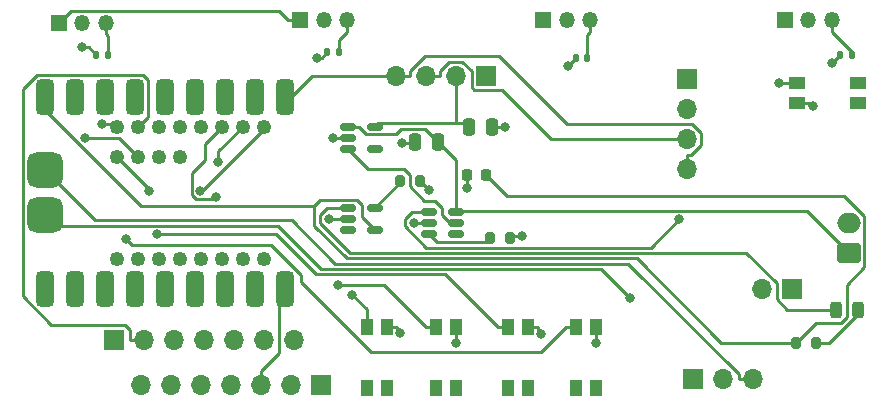
<source format=gbr>
%TF.GenerationSoftware,KiCad,Pcbnew,7.0.7*%
%TF.CreationDate,2024-09-13T11:59:40-05:00*%
%TF.ProjectId,LASK5,4c41534b-352e-46b6-9963-61645f706362,rev?*%
%TF.SameCoordinates,Original*%
%TF.FileFunction,Copper,L1,Top*%
%TF.FilePolarity,Positive*%
%FSLAX46Y46*%
G04 Gerber Fmt 4.6, Leading zero omitted, Abs format (unit mm)*
G04 Created by KiCad (PCBNEW 7.0.7) date 2024-09-13 11:59:40*
%MOMM*%
%LPD*%
G01*
G04 APERTURE LIST*
G04 Aperture macros list*
%AMRoundRect*
0 Rectangle with rounded corners*
0 $1 Rounding radius*
0 $2 $3 $4 $5 $6 $7 $8 $9 X,Y pos of 4 corners*
0 Add a 4 corners polygon primitive as box body*
4,1,4,$2,$3,$4,$5,$6,$7,$8,$9,$2,$3,0*
0 Add four circle primitives for the rounded corners*
1,1,$1+$1,$2,$3*
1,1,$1+$1,$4,$5*
1,1,$1+$1,$6,$7*
1,1,$1+$1,$8,$9*
0 Add four rect primitives between the rounded corners*
20,1,$1+$1,$2,$3,$4,$5,0*
20,1,$1+$1,$4,$5,$6,$7,0*
20,1,$1+$1,$6,$7,$8,$9,0*
20,1,$1+$1,$8,$9,$2,$3,0*%
G04 Aperture macros list end*
%TA.AperFunction,ComponentPad*%
%ADD10R,1.700000X1.700000*%
%TD*%
%TA.AperFunction,ComponentPad*%
%ADD11O,1.700000X1.700000*%
%TD*%
%TA.AperFunction,SMDPad,CuDef*%
%ADD12RoundRect,0.140000X-0.140000X-0.170000X0.140000X-0.170000X0.140000X0.170000X-0.140000X0.170000X0*%
%TD*%
%TA.AperFunction,SMDPad,CuDef*%
%ADD13RoundRect,0.200000X-0.200000X-0.275000X0.200000X-0.275000X0.200000X0.275000X-0.200000X0.275000X0*%
%TD*%
%TA.AperFunction,SMDPad,CuDef*%
%ADD14RoundRect,0.250000X0.250000X0.475000X-0.250000X0.475000X-0.250000X-0.475000X0.250000X-0.475000X0*%
%TD*%
%TA.AperFunction,SMDPad,CuDef*%
%ADD15RoundRect,0.150000X-0.512500X-0.150000X0.512500X-0.150000X0.512500X0.150000X-0.512500X0.150000X0*%
%TD*%
%TA.AperFunction,SMDPad,CuDef*%
%ADD16R,1.000000X1.450000*%
%TD*%
%TA.AperFunction,SMDPad,CuDef*%
%ADD17R,1.450000X1.000000*%
%TD*%
%TA.AperFunction,ComponentPad*%
%ADD18R,1.350000X1.350000*%
%TD*%
%TA.AperFunction,ComponentPad*%
%ADD19O,1.350000X1.350000*%
%TD*%
%TA.AperFunction,SMDPad,CuDef*%
%ADD20RoundRect,0.225000X-0.225000X-0.250000X0.225000X-0.250000X0.225000X0.250000X-0.225000X0.250000X0*%
%TD*%
%TA.AperFunction,ComponentPad*%
%ADD21RoundRect,0.250000X0.750000X-0.600000X0.750000X0.600000X-0.750000X0.600000X-0.750000X-0.600000X0*%
%TD*%
%TA.AperFunction,ComponentPad*%
%ADD22O,2.000000X1.700000*%
%TD*%
%TA.AperFunction,SMDPad,CuDef*%
%ADD23RoundRect,0.243750X-0.243750X-0.456250X0.243750X-0.456250X0.243750X0.456250X-0.243750X0.456250X0*%
%TD*%
%TA.AperFunction,SMDPad,CuDef*%
%ADD24RoundRect,0.250000X-0.250000X-0.475000X0.250000X-0.475000X0.250000X0.475000X-0.250000X0.475000X0*%
%TD*%
%TA.AperFunction,ComponentPad*%
%ADD25RoundRect,0.381000X0.381000X-1.119000X0.381000X1.119000X-0.381000X1.119000X-0.381000X-1.119000X0*%
%TD*%
%TA.AperFunction,SMDPad,CuDef*%
%ADD26C,1.250000*%
%TD*%
%TA.AperFunction,ComponentPad*%
%ADD27RoundRect,0.750000X0.750000X-0.750000X0.750000X0.750000X-0.750000X0.750000X-0.750000X-0.750000X0*%
%TD*%
%TA.AperFunction,ViaPad*%
%ADD28C,0.800000*%
%TD*%
%TA.AperFunction,Conductor*%
%ADD29C,0.250000*%
%TD*%
G04 APERTURE END LIST*
D10*
%TO.P,J9,1,Pin_1*%
%TO.N,GND*%
X172466000Y-73152000D03*
D11*
%TO.P,J9,2,Pin_2*%
%TO.N,+3V3*%
X172466000Y-75692000D03*
%TO.P,J9,3,Pin_3*%
%TO.N,SCL*%
X172466000Y-78232000D03*
%TO.P,J9,4,Pin_4*%
%TO.N,SDA*%
X172466000Y-80772000D03*
%TD*%
D12*
%TO.P,C2,1*%
%TO.N,GND*%
X122484000Y-71120000D03*
%TO.P,C2,2*%
%TO.N,hall_0*%
X123444000Y-71120000D03*
%TD*%
D13*
%TO.P,R4,1*%
%TO.N,Net-(U4-PROG)*%
X148210000Y-81788000D03*
%TO.P,R4,2*%
%TO.N,GND*%
X149860000Y-81788000D03*
%TD*%
D14*
%TO.P,C6,1*%
%TO.N,+3V8*%
X151384000Y-78486000D03*
%TO.P,C6,2*%
%TO.N,GND*%
X149484000Y-78486000D03*
%TD*%
D15*
%TO.P,U4,1,~{CHRG}*%
%TO.N,Net-(D2-K)*%
X143764000Y-84074000D03*
%TO.P,U4,2,GND*%
%TO.N,GND*%
X143764000Y-85024000D03*
%TO.P,U4,3,BAT*%
%TO.N,Batt+*%
X143764000Y-85974000D03*
%TO.P,U4,4,V_{CC}*%
%TO.N,+5V*%
X146039000Y-85974000D03*
%TO.P,U4,5,PROG*%
%TO.N,Net-(U4-PROG)*%
X146039000Y-84074000D03*
%TD*%
D16*
%TO.P,SW4,1,1*%
%TO.N,BTTN2*%
X151208000Y-94164000D03*
%TO.P,SW4,2,2*%
%TO.N,GND*%
X152908000Y-94164000D03*
%TO.P,SW4,3*%
%TO.N,N/C*%
X151208000Y-99314000D03*
%TO.P,SW4,4*%
X152908000Y-99314000D03*
%TD*%
D17*
%TO.P,SW3,1,1*%
%TO.N,GND*%
X181794000Y-75184000D03*
%TO.P,SW3,2,2*%
%TO.N,RMT-BTN*%
X181794000Y-73484000D03*
%TO.P,SW3,3*%
%TO.N,N/C*%
X186944000Y-75184000D03*
%TO.P,SW3,4*%
X186944000Y-73484000D03*
%TD*%
D18*
%TO.P,H2,1,VCC*%
%TO.N,+3V3*%
X139732000Y-68167600D03*
D19*
%TO.P,H2,2,GND*%
%TO.N,GND*%
X141732000Y-68167600D03*
%TO.P,H2,3,VOUT*%
%TO.N,hall_1*%
X143732000Y-68167600D03*
%TD*%
D20*
%TO.P,C8,1*%
%TO.N,GND*%
X153898000Y-81280000D03*
%TO.P,C8,2*%
%TO.N,+5V*%
X155448000Y-81280000D03*
%TD*%
D15*
%TO.P,U3,1,IN*%
%TO.N,+3V8*%
X143764000Y-77216000D03*
%TO.P,U3,2,GND*%
%TO.N,GND*%
X143764000Y-78166000D03*
%TO.P,U3,3,EN*%
%TO.N,LDO_EN*%
X143764000Y-79116000D03*
%TO.P,U3,4,NC*%
%TO.N,unconnected-(U3-NC-Pad4)*%
X146039000Y-79116000D03*
%TO.P,U3,5,OUT*%
%TO.N,+3V3*%
X146039000Y-77216000D03*
%TD*%
D13*
%TO.P,R3,1*%
%TO.N,Net-(MAX1-CLEAR)*%
X155830000Y-86614000D03*
%TO.P,R3,2*%
%TO.N,GND*%
X157480000Y-86614000D03*
%TD*%
D10*
%TO.P,SW1,1,A*%
%TO.N,unconnected-(SW1-A-Pad1)*%
X172974000Y-98552000D03*
D11*
%TO.P,SW1,2,B*%
%TO.N,BPACK+*%
X175514000Y-98552000D03*
%TO.P,SW1,3,C*%
%TO.N,BPACKSW+*%
X178054000Y-98552000D03*
%TD*%
D12*
%TO.P,C4,1*%
%TO.N,GND*%
X142042000Y-70866000D03*
%TO.P,C4,2*%
%TO.N,hall_1*%
X143002000Y-70866000D03*
%TD*%
%TO.P,C3,1*%
%TO.N,GND*%
X185476000Y-71120000D03*
%TO.P,C3,2*%
%TO.N,hall_3*%
X186436000Y-71120000D03*
%TD*%
D18*
%TO.P,H4,1,VCC*%
%TO.N,+3V3*%
X180753000Y-68167600D03*
D19*
%TO.P,H4,2,GND*%
%TO.N,GND*%
X182753000Y-68167600D03*
%TO.P,H4,3,VOUT*%
%TO.N,hall_3*%
X184753000Y-68167600D03*
%TD*%
D16*
%TO.P,SW6,1,1*%
%TO.N,BTTN4*%
X163068000Y-94164000D03*
%TO.P,SW6,2,2*%
%TO.N,GND*%
X164768000Y-94164000D03*
%TO.P,SW6,3*%
%TO.N,N/C*%
X163068000Y-99314000D03*
%TO.P,SW6,4*%
X164768000Y-99314000D03*
%TD*%
D10*
%TO.P,J6,1,Pin_1*%
%TO.N,GP5*%
X141478000Y-99060000D03*
D11*
%TO.P,J6,2,Pin_2*%
%TO.N,GP6*%
X138938000Y-99060000D03*
%TO.P,J6,3,Pin_3*%
%TO.N,GP7*%
X136398000Y-99060000D03*
%TO.P,J6,4,Pin_4*%
%TO.N,GP14*%
X133858000Y-99060000D03*
%TO.P,J6,5,Pin_5*%
%TO.N,GP38*%
X131318000Y-99060000D03*
%TO.P,J6,6,Pin_6*%
%TO.N,GP37*%
X128778000Y-99060000D03*
%TO.P,J6,7,Pin_7*%
%TO.N,unconnected-(J6-Pin_7-Pad7)*%
X126238000Y-99060000D03*
%TD*%
D21*
%TO.P,J5,1*%
%TO.N,+3V8*%
X186182000Y-87884000D03*
D22*
%TO.P,J5,2*%
%TO.N,GND*%
X186182000Y-85384000D03*
%TD*%
D16*
%TO.P,SW5,1,1*%
%TO.N,BTTN3*%
X157304000Y-94164000D03*
%TO.P,SW5,2,2*%
%TO.N,GND*%
X159004000Y-94164000D03*
%TO.P,SW5,3*%
%TO.N,N/C*%
X157304000Y-99314000D03*
%TO.P,SW5,4*%
X159004000Y-99314000D03*
%TD*%
D23*
%TO.P,D2,1,K*%
%TO.N,Net-(D2-K)*%
X185069000Y-92710000D03*
%TO.P,D2,2,A*%
%TO.N,Net-(D2-A)*%
X186944000Y-92710000D03*
%TD*%
D13*
%TO.P,R5,1*%
%TO.N,+5V*%
X181738000Y-95504000D03*
%TO.P,R5,2*%
%TO.N,Net-(D2-A)*%
X183388000Y-95504000D03*
%TD*%
D24*
%TO.P,C7,1*%
%TO.N,+3V3*%
X154056000Y-77216000D03*
%TO.P,C7,2*%
%TO.N,GND*%
X155956000Y-77216000D03*
%TD*%
D12*
%TO.P,C1,1*%
%TO.N,GND*%
X163096000Y-71374000D03*
%TO.P,C1,2*%
%TO.N,hall_2*%
X164056000Y-71374000D03*
%TD*%
D10*
%TO.P,J7,1,Pin_1*%
%TO.N,GP34*%
X123952000Y-95250000D03*
D11*
%TO.P,J7,2,Pin_2*%
%TO.N,GP33*%
X126492000Y-95250000D03*
%TO.P,J7,3,Pin_3*%
%TO.N,unconnected-(J7-Pin_3-Pad3)*%
X129032000Y-95250000D03*
%TO.P,J7,4,Pin_4*%
%TO.N,unconnected-(J7-Pin_4-Pad4)*%
X131572000Y-95250000D03*
%TO.P,J7,5,Pin_5*%
%TO.N,unconnected-(J7-Pin_5-Pad5)*%
X134112000Y-95250000D03*
%TO.P,J7,6,Pin_6*%
%TO.N,GP16*%
X136652000Y-95250000D03*
%TO.P,J7,7,Pin_7*%
%TO.N,GP15*%
X139192000Y-95250000D03*
%TD*%
D25*
%TO.P,U1,1,GP1*%
%TO.N,hall_0*%
X123190000Y-90924000D03*
%TO.P,U1,2,GP2*%
%TO.N,hall_1*%
X125730000Y-90924000D03*
%TO.P,U1,3,GP3*%
%TO.N,hall_2*%
X128270000Y-90924000D03*
%TO.P,U1,4,GP4*%
%TO.N,hall_3*%
X130810000Y-90924000D03*
%TO.P,U1,5,GP5*%
%TO.N,GP5*%
X133350000Y-90924000D03*
%TO.P,U1,6,GP6*%
%TO.N,GP6*%
X135890000Y-90924000D03*
%TO.P,U1,7,GP7*%
%TO.N,GP7*%
X138430000Y-90924000D03*
%TO.P,U1,8,GP8*%
%TO.N,SDA*%
X138430000Y-74684000D03*
%TO.P,U1,9,GP9*%
%TO.N,SCL*%
X135890000Y-74684000D03*
%TO.P,U1,10,GP10*%
%TO.N,BTTN*%
X133350000Y-74684000D03*
%TO.P,U1,11,GP11*%
%TO.N,BTTN2*%
X130810000Y-74684000D03*
%TO.P,U1,12,GP12*%
%TO.N,BTTN3*%
X128270000Y-74684000D03*
%TO.P,U1,13,GP13*%
%TO.N,BTTN4*%
X125730000Y-74684000D03*
D26*
%TO.P,U1,14,14*%
%TO.N,GP14*%
X136652000Y-77216000D03*
%TO.P,U1,15,15*%
%TO.N,GP15*%
X134874000Y-77216000D03*
%TO.P,U1,16,16*%
%TO.N,GP16*%
X133096000Y-77216000D03*
%TO.P,U1,17,17*%
%TO.N,unconnected-(U1-Pad17)*%
X131318000Y-77216000D03*
%TO.P,U1,18,18*%
%TO.N,unconnected-(U1-Pad18)*%
X129540000Y-77216000D03*
%TO.P,U1,21,21*%
%TO.N,unconnected-(U1-Pad21)*%
X127762000Y-77216000D03*
%TO.P,U1,33,33*%
%TO.N,GP33*%
X125984000Y-77216000D03*
%TO.P,U1,34,34*%
%TO.N,GP34*%
X124206000Y-77216000D03*
%TO.P,U1,35,35*%
%TO.N,unconnected-(U1-Pad35)*%
X129540000Y-79756000D03*
%TO.P,U1,36,36*%
%TO.N,unconnected-(U1-Pad36)*%
X127762000Y-79756000D03*
%TO.P,U1,37,37*%
%TO.N,GP37*%
X125984000Y-79756000D03*
%TO.P,U1,38,38*%
%TO.N,GP38*%
X124206000Y-79756000D03*
%TO.P,U1,39,39*%
%TO.N,unconnected-(U1-Pad39)*%
X136652000Y-88392000D03*
%TO.P,U1,40,40*%
%TO.N,unconnected-(U1-Pad40)*%
X134874000Y-88392000D03*
%TO.P,U1,41,41*%
%TO.N,unconnected-(U1-Pad41)*%
X133096000Y-88392000D03*
%TO.P,U1,42,42*%
%TO.N,unconnected-(U1-Pad42)*%
X131318000Y-88392000D03*
%TO.P,U1,45,45*%
%TO.N,unconnected-(U1-Pad45)*%
X129540000Y-88392000D03*
%TO.P,U1,46,46*%
%TO.N,unconnected-(U1-Pad46)*%
X127762000Y-88392000D03*
%TO.P,U1,47,47*%
%TO.N,unconnected-(U1-Pad47)*%
X125984000Y-88392000D03*
%TO.P,U1,48,48*%
%TO.N,unconnected-(U1-Pad48)*%
X124206000Y-88392000D03*
D25*
%TO.P,U1,100,GND*%
%TO.N,GND*%
X120650000Y-74684000D03*
%TO.P,U1,103,3V3*%
%TO.N,+3V3*%
X123190000Y-74684000D03*
%TO.P,U1,105,5V*%
%TO.N,+5V*%
X118110000Y-74684000D03*
%TO.P,U1,200,TX*%
%TO.N,unconnected-(U1-TX-Pad200)*%
X118110000Y-90924000D03*
%TO.P,U1,201,RX*%
%TO.N,unconnected-(U1-RX-Pad201)*%
X120650000Y-90924000D03*
D27*
%TO.P,U1,384,BAT-*%
%TO.N,BPACK-*%
X118110000Y-84709000D03*
%TO.P,U1,385,BAT+*%
%TO.N,BPACKSW+*%
X118110000Y-80899000D03*
%TD*%
D18*
%TO.P,H1,1,VCC*%
%TO.N,+3V3*%
X119285000Y-68398600D03*
D19*
%TO.P,H1,2,GND*%
%TO.N,GND*%
X121285000Y-68398600D03*
%TO.P,H1,3,VOUT*%
%TO.N,hall_0*%
X123285000Y-68398600D03*
%TD*%
D18*
%TO.P,H3,1,VCC*%
%TO.N,+3V3*%
X160306000Y-68167600D03*
D19*
%TO.P,H3,2,GND*%
%TO.N,GND*%
X162306000Y-68167600D03*
%TO.P,H3,3,VOUT*%
%TO.N,hall_2*%
X164306000Y-68167600D03*
%TD*%
D10*
%TO.P,J1,1,Pin_1*%
%TO.N,GND*%
X155448000Y-72898000D03*
D11*
%TO.P,J1,2,Pin_2*%
%TO.N,+3V3*%
X152908000Y-72898000D03*
%TO.P,J1,3,Pin_3*%
%TO.N,SCL*%
X150368000Y-72898000D03*
%TO.P,J1,4,Pin_4*%
%TO.N,SDA*%
X147828000Y-72898000D03*
%TD*%
D15*
%TO.P,MAX1,1,In*%
%TO.N,RMT-BTN*%
X150622000Y-84394000D03*
%TO.P,MAX1,2,GND*%
%TO.N,GND*%
X150622000Y-85344000D03*
%TO.P,MAX1,3,CLEAR*%
%TO.N,Net-(MAX1-CLEAR)*%
X150622000Y-86294000D03*
%TO.P,MAX1,4,OU*%
%TO.N,unconnected-(MAX1-OU-Pad4)*%
X152897000Y-86294000D03*
%TO.P,MAX1,5,OUT*%
%TO.N,LDO_EN*%
X152897000Y-85344000D03*
%TO.P,MAX1,6,Vcc*%
%TO.N,+3V8*%
X152897000Y-84394000D03*
%TD*%
D16*
%TO.P,SW2,1,1*%
%TO.N,BTTN*%
X145366000Y-94164000D03*
%TO.P,SW2,2,2*%
%TO.N,GND*%
X147066000Y-94164000D03*
%TO.P,SW2,3*%
%TO.N,N/C*%
X145366000Y-99314000D03*
%TO.P,SW2,4*%
X147066000Y-99314000D03*
%TD*%
D10*
%TO.P,J2,1,Pin_1*%
%TO.N,BPACK-*%
X181356000Y-90932000D03*
D11*
%TO.P,J2,2,Pin_2*%
%TO.N,BPACK+*%
X178816000Y-90932000D03*
%TD*%
D28*
%TO.N,RMT-BTN*%
X171843600Y-85047100D03*
X180269600Y-73520000D03*
%TO.N,GP38*%
X126899300Y-82680600D03*
%TO.N,GP37*%
X121548000Y-78168300D03*
%TO.N,GP34*%
X122975400Y-76969100D03*
%TO.N,GP16*%
X132595800Y-83121800D03*
%TO.N,GP15*%
X132785000Y-80238400D03*
%TO.N,GP14*%
X131263300Y-82639400D03*
%TO.N,BTTN4*%
X125005800Y-86745700D03*
%TO.N,BTTN3*%
X127635000Y-86326400D03*
%TO.N,BTTN2*%
X142948800Y-90603200D03*
%TO.N,BTTN*%
X144138300Y-91445100D03*
%TO.N,BPACK-*%
X167652900Y-91674700D03*
%TO.N,GND*%
X149348500Y-85344000D03*
X153898000Y-82379700D03*
X183145300Y-75483400D03*
X148182800Y-94715400D03*
X160110700Y-94737500D03*
X164768000Y-95521300D03*
X152908000Y-95511800D03*
X142488200Y-78166000D03*
X142135500Y-85024000D03*
X157068100Y-77195000D03*
X148371000Y-78590200D03*
X158519100Y-86445400D03*
X150678000Y-82606000D03*
X162400300Y-72069700D03*
X184770400Y-71825600D03*
X141160400Y-71354700D03*
X121274800Y-70462100D03*
%TD*%
D29*
%TO.N,Net-(U4-PROG)*%
X148210000Y-81903000D02*
X148210000Y-81788000D01*
X146039000Y-84074000D02*
X148210000Y-81903000D01*
%TO.N,LDO_EN*%
X145467200Y-80819200D02*
X143764000Y-79116000D01*
X148518800Y-80819200D02*
X145467200Y-80819200D01*
X149035000Y-81335400D02*
X148518800Y-80819200D01*
X149035000Y-82265100D02*
X149035000Y-81335400D01*
X150239400Y-83469500D02*
X149035000Y-82265100D01*
X151106100Y-83469500D02*
X150239400Y-83469500D01*
X151759500Y-84122900D02*
X151106100Y-83469500D01*
X151759500Y-84714400D02*
X151759500Y-84122900D01*
X152389100Y-85344000D02*
X151759500Y-84714400D01*
X152897000Y-85344000D02*
X152389100Y-85344000D01*
%TO.N,Net-(MAX1-CLEAR)*%
X151305100Y-86977100D02*
X150622000Y-86294000D01*
X155466900Y-86977100D02*
X151305100Y-86977100D01*
X155830000Y-86614000D02*
X155466900Y-86977100D01*
%TO.N,RMT-BTN*%
X169443100Y-87447600D02*
X171843600Y-85047100D01*
X150422600Y-87447600D02*
X169443100Y-87447600D01*
X148595100Y-85620100D02*
X150422600Y-87447600D01*
X148595100Y-85003700D02*
X148595100Y-85620100D01*
X149204800Y-84394000D02*
X148595100Y-85003700D01*
X150622000Y-84394000D02*
X149204800Y-84394000D01*
X180706100Y-73520000D02*
X180742100Y-73484000D01*
X180269600Y-73520000D02*
X180706100Y-73520000D01*
X181794000Y-73484000D02*
X180742100Y-73484000D01*
%TO.N,Net-(D2-A)*%
X186944000Y-93090600D02*
X186944000Y-92710000D01*
X184530600Y-95504000D02*
X186944000Y-93090600D01*
X183388000Y-95504000D02*
X184530600Y-95504000D01*
%TO.N,Net-(D2-K)*%
X142038700Y-84074000D02*
X143764000Y-84074000D01*
X141407700Y-84705000D02*
X142038700Y-84074000D01*
X141407700Y-85347000D02*
X141407700Y-84705000D01*
X143963500Y-87902800D02*
X141407700Y-85347000D01*
X177515900Y-87902800D02*
X143963500Y-87902800D01*
X180086100Y-90473000D02*
X177515900Y-87902800D01*
X180086100Y-91824400D02*
X180086100Y-90473000D01*
X180971700Y-92710000D02*
X180086100Y-91824400D01*
X185069000Y-92710000D02*
X180971700Y-92710000D01*
%TO.N,+5V*%
X183445400Y-93796600D02*
X181738000Y-95504000D01*
X185539100Y-93796600D02*
X183445400Y-93796600D01*
X186006600Y-93329100D02*
X185539100Y-93796600D01*
X186006600Y-90596500D02*
X186006600Y-93329100D01*
X187510600Y-89092500D02*
X186006600Y-90596500D01*
X187510600Y-84798800D02*
X187510600Y-89092500D01*
X185816900Y-83105100D02*
X187510600Y-84798800D01*
X157273100Y-83105100D02*
X185816900Y-83105100D01*
X155448000Y-81280000D02*
X157273100Y-83105100D01*
X126246000Y-83894200D02*
X140940900Y-83894200D01*
X118110000Y-75758200D02*
X126246000Y-83894200D01*
X118110000Y-75184000D02*
X118110000Y-75758200D01*
X140940900Y-85587600D02*
X140940900Y-83894200D01*
X143708000Y-88354700D02*
X140940900Y-85587600D01*
X168250800Y-88354700D02*
X143708000Y-88354700D01*
X175400100Y-95504000D02*
X168250800Y-88354700D01*
X181738000Y-95504000D02*
X175400100Y-95504000D01*
X144937900Y-84872900D02*
X146039000Y-85974000D01*
X144937900Y-83835500D02*
X144937900Y-84872900D01*
X144527700Y-83425300D02*
X144937900Y-83835500D01*
X141409800Y-83425300D02*
X144527700Y-83425300D01*
X140940900Y-83894200D02*
X141409800Y-83425300D01*
%TO.N,+3V8*%
X150282800Y-77384800D02*
X151384000Y-78486000D01*
X148302000Y-77384800D02*
X150282800Y-77384800D01*
X147843300Y-77843500D02*
X148302000Y-77384800D01*
X145328700Y-77843500D02*
X147843300Y-77843500D01*
X144701200Y-77216000D02*
X145328700Y-77843500D01*
X143764000Y-77216000D02*
X144701200Y-77216000D01*
X152897000Y-79999000D02*
X151384000Y-78486000D01*
X152897000Y-84394000D02*
X152897000Y-79999000D01*
X152970800Y-84320200D02*
X152897000Y-84394000D01*
X182618200Y-84320200D02*
X152970800Y-84320200D01*
X186182000Y-87884000D02*
X182618200Y-84320200D01*
%TO.N,BPACKSW+*%
X178054000Y-98552000D02*
X176877100Y-98552000D01*
X122358600Y-85147600D02*
X118110000Y-80899000D01*
X139005500Y-85147600D02*
X122358600Y-85147600D01*
X142664500Y-88806600D02*
X139005500Y-85147600D01*
X167499600Y-88806600D02*
X142664500Y-88806600D01*
X176877100Y-98184100D02*
X167499600Y-88806600D01*
X176877100Y-98552000D02*
X176877100Y-98184100D01*
%TO.N,GP38*%
X126899300Y-82449300D02*
X126899300Y-82680600D01*
X124206000Y-79756000D02*
X126899300Y-82449300D01*
%TO.N,GP37*%
X124396300Y-78168300D02*
X121548000Y-78168300D01*
X125984000Y-79756000D02*
X124396300Y-78168300D01*
%TO.N,GP34*%
X123959100Y-76969100D02*
X124206000Y-77216000D01*
X122975400Y-76969100D02*
X123959100Y-76969100D01*
%TO.N,GP33*%
X125315100Y-94417700D02*
X125315100Y-95250000D01*
X124885300Y-93987900D02*
X125315100Y-94417700D01*
X118677200Y-93987900D02*
X124885300Y-93987900D01*
X116232100Y-91542800D02*
X118677200Y-93987900D01*
X116232100Y-74024000D02*
X116232100Y-91542800D01*
X117409900Y-72846200D02*
X116232100Y-74024000D01*
X126395700Y-72846200D02*
X117409900Y-72846200D01*
X126820300Y-73270800D02*
X126395700Y-72846200D01*
X126820300Y-76379700D02*
X126820300Y-73270800D01*
X125984000Y-77216000D02*
X126820300Y-76379700D01*
X126492000Y-95250000D02*
X125315100Y-95250000D01*
%TO.N,GP16*%
X131633100Y-78678900D02*
X133096000Y-77216000D01*
X131633100Y-80023600D02*
X131633100Y-78678900D01*
X130536300Y-81120400D02*
X131633100Y-80023600D01*
X130536300Y-83001500D02*
X130536300Y-81120400D01*
X130903700Y-83368900D02*
X130536300Y-83001500D01*
X132348700Y-83368900D02*
X130903700Y-83368900D01*
X132595800Y-83121800D02*
X132348700Y-83368900D01*
%TO.N,GP15*%
X132785000Y-79305000D02*
X134874000Y-77216000D01*
X132785000Y-80238400D02*
X132785000Y-79305000D01*
%TO.N,GP14*%
X131263300Y-82639300D02*
X131263300Y-82639400D01*
X131416400Y-82639300D02*
X131263300Y-82639300D01*
X136652000Y-77403700D02*
X131416400Y-82639300D01*
X136652000Y-77216000D02*
X136652000Y-77403700D01*
%TO.N,GP7*%
X137922000Y-96359100D02*
X136398000Y-97883100D01*
X137922000Y-90932000D02*
X137922000Y-96359100D01*
X138430000Y-90424000D02*
X137922000Y-90932000D01*
X136398000Y-99060000D02*
X136398000Y-97883100D01*
%TO.N,BTTN4*%
X125514900Y-87254800D02*
X125005800Y-86745700D01*
X137290800Y-87254800D02*
X125514900Y-87254800D01*
X139817300Y-89781300D02*
X137290800Y-87254800D01*
X139817300Y-90350400D02*
X139817300Y-89781300D01*
X145723100Y-96256200D02*
X139817300Y-90350400D01*
X160148900Y-96256200D02*
X145723100Y-96256200D01*
X162241100Y-94164000D02*
X160148900Y-96256200D01*
X163068000Y-94164000D02*
X162241100Y-94164000D01*
%TO.N,BTTN3*%
X137663300Y-86326400D02*
X127635000Y-86326400D01*
X141047300Y-89710400D02*
X137663300Y-86326400D01*
X152023500Y-89710400D02*
X141047300Y-89710400D01*
X156477100Y-94164000D02*
X152023500Y-89710400D01*
X157304000Y-94164000D02*
X156477100Y-94164000D01*
%TO.N,BTTN2*%
X151208000Y-94164000D02*
X150381100Y-94164000D01*
X146820400Y-90603300D02*
X150381100Y-94164000D01*
X142948800Y-90603300D02*
X146820400Y-90603300D01*
X142948800Y-90603200D02*
X142948800Y-90603300D01*
%TO.N,BTTN*%
X145366000Y-92672800D02*
X144138300Y-91445100D01*
X145366000Y-94164000D02*
X145366000Y-92672800D01*
%TO.N,SDA*%
X140716000Y-72898000D02*
X147828000Y-72898000D01*
X138430000Y-75184000D02*
X140716000Y-72898000D01*
X147828000Y-72898000D02*
X149004900Y-72898000D01*
X149004900Y-72530200D02*
X149004900Y-72898000D01*
X150308500Y-71226600D02*
X149004900Y-72530200D01*
X156575800Y-71226600D02*
X150308500Y-71226600D01*
X162311200Y-76962000D02*
X156575800Y-71226600D01*
X172909300Y-76962000D02*
X162311200Y-76962000D01*
X173699900Y-77752600D02*
X172909300Y-76962000D01*
X173699900Y-78729000D02*
X173699900Y-77752600D01*
X172833800Y-79595100D02*
X173699900Y-78729000D01*
X172466000Y-79595100D02*
X172833800Y-79595100D01*
X172466000Y-80772000D02*
X172466000Y-79595100D01*
%TO.N,SCL*%
X150368000Y-72898000D02*
X151544900Y-72898000D01*
X160973600Y-78232000D02*
X172466000Y-78232000D01*
X156816500Y-74074900D02*
X160973600Y-78232000D01*
X154462600Y-74074900D02*
X156816500Y-74074900D01*
X154271100Y-73883400D02*
X154462600Y-74074900D01*
X154271100Y-72521800D02*
X154271100Y-73883400D01*
X153451900Y-71702600D02*
X154271100Y-72521800D01*
X152374500Y-71702600D02*
X153451900Y-71702600D01*
X151544900Y-72532200D02*
X152374500Y-71702600D01*
X151544900Y-72898000D02*
X151544900Y-72532200D01*
%TO.N,+3V3*%
X137946600Y-67384100D02*
X138730100Y-68167600D01*
X120299500Y-67384100D02*
X137946600Y-67384100D01*
X119285000Y-68398600D02*
X120299500Y-67384100D01*
X139732000Y-68167600D02*
X138730100Y-68167600D01*
X152908000Y-72898000D02*
X152908000Y-74074900D01*
X152908000Y-76896400D02*
X152908000Y-74074900D01*
X153736400Y-76896400D02*
X152908000Y-76896400D01*
X154056000Y-77216000D02*
X153736400Y-76896400D01*
X146358600Y-76896400D02*
X146039000Y-77216000D01*
X152908000Y-76896400D02*
X146358600Y-76896400D01*
%TO.N,BPACK-*%
X119000500Y-85599500D02*
X118110000Y-84709000D01*
X137823300Y-85599500D02*
X119000500Y-85599500D01*
X141482300Y-89258500D02*
X137823300Y-85599500D01*
X165236700Y-89258500D02*
X141482300Y-89258500D01*
X167652900Y-91674700D02*
X165236700Y-89258500D01*
%TO.N,hall_1*%
X143002000Y-69899500D02*
X143002000Y-70866000D01*
X143732000Y-69169500D02*
X143002000Y-69899500D01*
X143732000Y-68167600D02*
X143732000Y-69169500D01*
%TO.N,hall_3*%
X186436000Y-70852500D02*
X186436000Y-71120000D01*
X184753000Y-69169500D02*
X186436000Y-70852500D01*
X184753000Y-68167600D02*
X184753000Y-69169500D01*
%TO.N,hall_0*%
X123444000Y-69559500D02*
X123444000Y-71120000D01*
X123285000Y-69400500D02*
X123444000Y-69559500D01*
X123285000Y-68398600D02*
X123285000Y-69400500D01*
%TO.N,hall_2*%
X164056000Y-69419500D02*
X164056000Y-71374000D01*
X164306000Y-69169500D02*
X164056000Y-69419500D01*
X164306000Y-68167600D02*
X164306000Y-69169500D01*
%TO.N,GND*%
X153898000Y-82379700D02*
X153898000Y-81280000D01*
X181794000Y-75184000D02*
X182845900Y-75184000D01*
X183145300Y-75483400D02*
X182845900Y-75184000D01*
X147066000Y-94164000D02*
X147892900Y-94164000D01*
X147892900Y-94425500D02*
X147892900Y-94164000D01*
X148182800Y-94715400D02*
X147892900Y-94425500D01*
X159004000Y-94164000D02*
X159830900Y-94164000D01*
X159830900Y-94457700D02*
X159830900Y-94164000D01*
X160110700Y-94737500D02*
X159830900Y-94457700D01*
X164768000Y-94164000D02*
X164768000Y-95521300D01*
X152908000Y-94164000D02*
X152908000Y-95511800D01*
X142488200Y-78166000D02*
X143764000Y-78166000D01*
X142135500Y-85024000D02*
X143764000Y-85024000D01*
X155977000Y-77195000D02*
X155956000Y-77216000D01*
X157068100Y-77195000D02*
X155977000Y-77195000D01*
X149379800Y-78590200D02*
X149484000Y-78486000D01*
X148371000Y-78590200D02*
X149379800Y-78590200D01*
X157648600Y-86445400D02*
X157480000Y-86614000D01*
X158519100Y-86445400D02*
X157648600Y-86445400D01*
X150678000Y-82606000D02*
X149860000Y-81788000D01*
X163096000Y-71374000D02*
X162400300Y-72069700D01*
X184770400Y-71825600D02*
X185476000Y-71120000D01*
X141553300Y-71354700D02*
X142042000Y-70866000D01*
X141160400Y-71354700D02*
X141553300Y-71354700D01*
X121826100Y-70462100D02*
X122484000Y-71120000D01*
X121274800Y-70462100D02*
X121826100Y-70462100D01*
X150622000Y-85344000D02*
X149348500Y-85344000D01*
%TD*%
M02*

</source>
